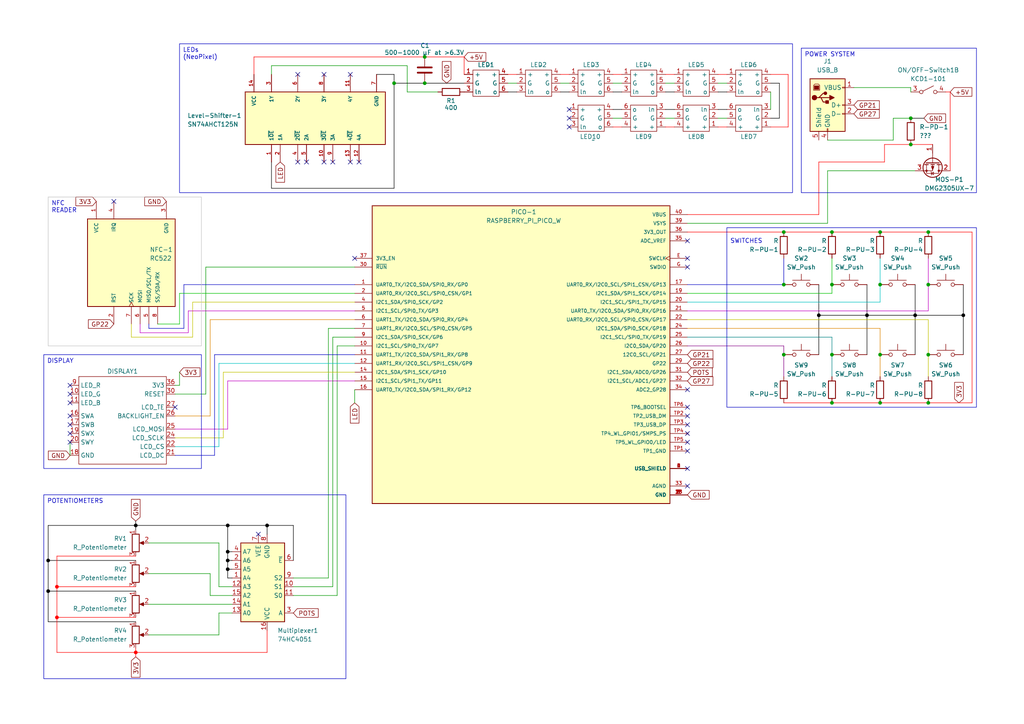
<source format=kicad_sch>
(kicad_sch (version 20231120) (generator "eeschema") (generator_version "8.0")
  (paper "A4")
  (title_block (title "Controller") (date "2025-03-13") (rev "1") (company "ETIMC") (comment 1 "J. Høj") (comment 2 "R. H. Troelsen") (comment 3 "D. K. Foght"))
  (lib_symbols
    (symbol "74xx:74HC4051"
      (property "Reference" "U" (at -5.08 11.43 0))
      (property "Value" "74HC4051" (at -7.62 -13.97 0))
      (symbol "74HC4051_0_1"
        (rectangle (start -5.08 10.16) (end 7.62 -12.7) (stroke (width 0.254)) (fill (type background)))
      )
      (symbol "74HC4051_1_1"
        (pin passive line (at 10.16 -2.54 180) (length 2.54) (name "A4") (number "1"))
        (pin input line (at -7.62 0 0) (length 2.54) (name "S1") (number "10"))
        (pin input line (at -7.62 2.54 0) (length 2.54) (name "S0") (number "11"))
        (pin passive line (at 10.16 0 180) (length 2.54) (name "A3") (number "12"))
        (pin passive line (at 10.16 7.62 180) (length 2.54) (name "A0") (number "13"))
        (pin passive line (at 10.16 5.08 180) (length 2.54) (name "A1") (number "14"))
        (pin passive line (at 10.16 2.54 180) (length 2.54) (name "A2") (number "15"))
        (pin power_in line (at 0 12.7 270) (length 2.54) (name "VCC") (number "16"))
        (pin passive line (at 10.16 -7.62 180) (length 2.54) (name "A6") (number "2"))
        (pin passive line (at -7.62 7.62 0) (length 2.54) (name "A") (number "3"))
        (pin passive line (at 10.16 -10.16 180) (length 2.54) (name "A7") (number "4"))
        (pin passive line (at 10.16 -5.08 180) (length 2.54) (name "A5") (number "5"))
        (pin input line (at -7.62 -7.62 0) (length 2.54) (name "~{E}") (number "6"))
        (pin power_in line (at 2.54 -15.24 90) (length 2.54) (name "VEE") (number "7"))
        (pin power_in line (at 0 -15.24 90) (length 2.54) (name "GND") (number "8"))
        (pin input line (at -7.62 -2.54 0) (length 2.54) (name "S2") (number "9"))
      )
    )
    (symbol "Connector:USB_B" (pin_names (offset 1.016))
      (property "Reference" "J" (at -5.08 11.43 0))
      (property "Value" "USB_B" (at -5.08 8.89 0))
      (symbol "USB_B_0_1"
        (rectangle (start -5.08 -7.62) (end 5.08 7.62) (stroke (width 0.254)) (fill (type background)))
        (circle (center -3.81 2.159) (radius 0.635) (stroke (width 0.254)) (fill (type outline)))
        (rectangle (start -3.81 5.588) (end -2.54 4.572) (fill (type outline)))
        (circle (center -0.635 3.429) (radius 0.381) (stroke (width 0.254)) (fill (type outline)))
        (rectangle (start -0.127 -7.62) (end 0.127 -6.858))
        (polyline (pts (xy -1.905 2.159) (xy 0.635 2.159)) (stroke (width 0.254)))
        (polyline (pts (xy -3.175 2.159) (xy -2.54 2.159) (xy -1.27 3.429) (xy -0.635 3.429)) (stroke (width 0.254)))
        (polyline (pts (xy -2.54 2.159) (xy -1.905 2.159) (xy -1.27 0.889) (xy 0 0.889)) (stroke (width 0.254)))
        (polyline (pts (xy 0.635 2.794) (xy 0.635 1.524) (xy 1.905 2.159) (xy 0.635 2.794)) (stroke (width 0.254)) (fill (type outline)))
        (polyline (pts (xy -4.064 4.318) (xy -2.286 4.318) (xy -2.286 5.715) (xy -2.667 6.096) (xy -3.683 6.096) (xy -4.064 5.715) (xy -4.064 4.318)))
        (rectangle (start 0.254 1.27) (end -0.508 0.508) (stroke (width 0.254)) (fill (type outline)))
        (rectangle (start 5.08 -2.667) (end 4.318 -2.413))
        (rectangle (start 5.08 -0.127) (end 4.318 0.127))
        (rectangle (start 5.08 4.953) (end 4.318 5.207))
      )
      (symbol "USB_B_1_1"
        (pin power_out line (at 7.62 5.08 180) (length 2.54) (name "VBUS") (number "1"))
        (pin bidirectional line (at 7.62 -2.54 180) (length 2.54) (name "D-") (number "2"))
        (pin bidirectional line (at 7.62 0 180) (length 2.54) (name "D+") (number "3"))
        (pin power_out line (at 0 -10.16 90) (length 2.54) (name "GND") (number "4"))
        (pin passive line (at -2.54 -10.16 90) (length 2.54) (name "Shield") (number "5"))
      )
    )
    (symbol "Device:C" (pin_numbers hide) (pin_names (offset 0.254))
      (property "Reference" "C" (at 0.635 2.54 0))
      (property "Value" "C" (at 0.635 -2.54 0))
      (symbol "C_0_1"
        (polyline (pts (xy -2.032 -0.762) (xy 2.032 -0.762)) (stroke (width 0.508)))
        (polyline (pts (xy -2.032 0.762) (xy 2.032 0.762)) (stroke (width 0.508)))
      )
      (symbol "C_1_1"
        (pin passive line (at 0 3.81 270) (length 2.794) (name "~") (number "1"))
        (pin passive line (at 0 -3.81 90) (length 2.794) (name "~") (number "2"))
      )
    )
    (symbol "Device:R" (pin_numbers hide) (pin_names (offset 0))
      (property "Reference" "R" (at 2.032 0 90))
      (property "Value" "R" (at 0 0 90))
      (symbol "R_0_1"
        (rectangle (start -1.016 -2.54) (end 1.016 2.54) (stroke (width 0.254)))
      )
      (symbol "R_1_1"
        (pin passive line (at 0 3.81 270) (length 1.27) (name "~") (number "1"))
        (pin passive line (at 0 -3.81 90) (length 1.27) (name "~") (number "2"))
      )
    )
    (symbol "Device:R_Potentiometer" (pin_names (offset 1.016) hide)
      (property "Reference" "RV" (at -4.445 0 90))
      (property "Value" "R_Potentiometer" (at -2.54 0 90))
      (symbol "R_Potentiometer_0_1"
        (polyline (pts (xy 2.54 0) (xy 1.524 0)))
        (polyline (pts (xy 1.143 0) (xy 2.286 0.508) (xy 2.286 -0.508) (xy 1.143 0)) (fill (type outline)))
        (rectangle (start 1.016 2.54) (end -1.016 -2.54) (stroke (width 0.254)))
      )
      (symbol "R_Potentiometer_1_1"
        (pin passive line (at 0 3.81 270) (length 1.27) (name "1") (number "1"))
        (pin passive line (at 3.81 0 180) (length 1.27) (name "2") (number "2"))
        (pin passive line (at 0 -3.81 90) (length 1.27) (name "3") (number "3"))
      )
    )
    (symbol "PIM580:PIM580"
      (property "Reference" "U" (at 0 -1.27 0))
      (symbol "PIM580_0_1"
        (rectangle (start -12.7 -2.54) (end 12.7 -27.94))
      )
      (symbol "PIM580_1_1"
        (pin input line (at -15.24 -7.62 0) (length 2.54) (name "LED_G") (number "10"))
        (pin input line (at -15.24 -10.16 0) (length 2.54) (name "LED_B") (number "11"))
        (pin input line (at -15.24 -13.97 0) (length 2.54) (name "SWA") (number "16"))
        (pin input line (at -15.24 -16.51 0) (length 2.54) (name "SWB") (number "17"))
        (pin input line (at -15.24 -25.4 0) (length 2.54) (name "GND") (number "18"))
        (pin input line (at -15.24 -19.05 0) (length 2.54) (name "SWX") (number "19"))
        (pin input line (at -15.24 -21.59 0) (length 2.54) (name "SWY") (number "20"))
        (pin input line (at 15.24 -25.4 180) (length 2.54) (name "LCD_DC") (number "21"))
        (pin input line (at 15.24 -22.86 180) (length 2.54) (name "LCD_CS") (number "22"))
        (pin input line (at 15.24 -20.32 180) (length 2.54) (name "LCD_SCLK") (number "24"))
        (pin input line (at 15.24 -17.78 180) (length 2.54) (name "LCD_MOSI") (number "25"))
        (pin input line (at 15.24 -13.97 180) (length 2.54) (name "BACKLIGHT_EN") (number "26"))
        (pin input line (at 15.24 -11.43 180) (length 2.54) (name "LCD_TE") (number "27"))
        (pin input line (at 15.24 -7.62 180) (length 2.54) (name "RESET") (number "30"))
        (pin input line (at 15.24 -5.08 180) (length 2.54) (name "3V3") (number "36"))
        (pin input line (at -15.24 -5.08 0) (length 2.54) (name "LED_R") (number "9"))
      )
    )
    (symbol "RASPBERRY_PI_PICO_W:RASPBERRY_PI_PICO_W" (pin_names (offset 1.016))
      (property "Reference" "U" (at -43.18 44.069 0))
      (property "Value" "RASPBERRY_PI_PICO_W" (at -43.18 -45.72 0))
      (symbol "RASPBERRY_PI_PICO_W_0_0"
        (rectangle (start -43.18 -43.18) (end 43.18 43.18) (stroke (width 0.254)) (fill (type background)))
        (pin bidirectional line (at -48.26 20.32 0) (length 5.08) (name "UART0_TX/I2C0_SDA/SPI0_RX/GP0") (number "1"))
        (pin bidirectional line (at -48.26 2.54 0) (length 5.08) (name "I2C1_SCL/SPI0_TX/GP7") (number "10"))
        (pin bidirectional line (at -48.26 0 0) (length 5.08) (name "UART1_TX/I2C0_SDA/SPI1_RX/GP8") (number "11"))
        (pin bidirectional line (at -48.26 -2.54 0) (length 5.08) (name "UART1_RX/I2C0_SCL/SPI1_CSN/GP9") (number "12"))
        (pin power_in line (at 48.26 -40.64 180) (length 5.08) (name "GND") (number "13"))
        (pin bidirectional line (at -48.26 -5.08 0) (length 5.08) (name "I2C1_SDA/SPI1_SCK/GP10") (number "14"))
        (pin bidirectional line (at -48.26 -7.62 0) (length 5.08) (name "I2C1_SCL/SPI1_TX/GP11") (number "15"))
        (pin bidirectional line (at -48.26 -10.16 0) (length 5.08) (name "UART0_TX/I2C0_SDA/SPI1_RX/GP12") (number "16"))
        (pin bidirectional line (at 48.26 20.32 180) (length 5.08) (name "UART0_RX/I2C0_SCL/SPI1_CSN/GP13") (number "17"))
        (pin power_in line (at 48.26 -40.64 180) (length 5.08) (name "GND") (number "18"))
        (pin bidirectional line (at 48.26 17.78 180) (length 5.08) (name "I2C1_SDA/SPI1_SCK/GP14") (number "19"))
        (pin bidirectional line (at -48.26 17.78 0) (length 5.08) (name "UART0_RX/I2C0_SCL/SPI0_CSN/GP1") (number "2"))
        (pin bidirectional line (at 48.26 15.24 180) (length 5.08) (name "I2C1_SCL/SPI1_TX/GP15") (number "20"))
        (pin bidirectional line (at 48.26 12.7 180) (length 5.08) (name "UART0_TX/I2C0_SDA/SPI0_RX/GP16") (number "21"))
        (pin bidirectional line (at 48.26 10.16 180) (length 5.08) (name "UART0_RX/I2C0_SCL/SPI0_CSN/GP17") (number "22"))
        (pin power_in line (at 48.26 -40.64 180) (length 5.08) (name "GND") (number "23"))
        (pin bidirectional line (at 48.26 7.62 180) (length 5.08) (name "I2C1_SDA/SPI0_SCK/GP18") (number "24"))
        (pin bidirectional line (at 48.26 5.08 180) (length 5.08) (name "I2C1_SCL/SPI0_TX/GP19") (number "25"))
        (pin bidirectional line (at 48.26 2.54 180) (length 5.08) (name "I2C0_SDA/GP20") (number "26"))
        (pin bidirectional line (at 48.26 0 180) (length 5.08) (name "12C0_SCL/GP21") (number "27"))
        (pin power_in line (at 48.26 -40.64 180) (length 5.08) (name "GND") (number "28"))
        (pin bidirectional line (at 48.26 -2.54 180) (length 5.08) (name "GP22") (number "29"))
        (pin power_in line (at 48.26 -40.64 180) (length 5.08) (name "GND") (number "3"))
        (pin input line (at -48.26 25.4 0) (length 5.08) (name "~{RUN}") (number "30"))
        (pin bidirectional line (at 48.26 -5.08 180) (length 5.08) (name "I2C1_SDA/ADC0/GP26") (number "31"))
        (pin bidirectional line (at 48.26 -7.62 180) (length 5.08) (name "I2C1_SCL/ADC1/GP27") (number "32"))
        (pin power_in line (at 48.26 -38.1 180) (length 5.08) (name "AGND") (number "33"))
        (pin bidirectional line (at 48.26 -10.16 180) (length 5.08) (name "ADC2_GP28") (number "34"))
        (pin power_in line (at 48.26 33.02 180) (length 5.08) (name "ADC_VREF") (number "35"))
        (pin power_in line (at 48.26 35.56 180) (length 5.08) (name "3V3_OUT") (number "36"))
        (pin input line (at -48.26 27.94 0) (length 5.08) (name "3V3_EN") (number "37"))
        (pin power_in line (at 48.26 -40.64 180) (length 5.08) (name "GND") (number "38"))
        (pin power_in line (at 48.26 38.1 180) (length 5.08) (name "VSYS") (number "39"))
        (pin bidirectional line (at -48.26 15.24 0) (length 5.08) (name "I2C1_SDA/SPI0_SCK/GP2") (number "4"))
        (pin power_in line (at 48.26 40.64 180) (length 5.08) (name "VBUS") (number "40"))
        (pin bidirectional line (at -48.26 12.7 0) (length 5.08) (name "I2C1_SCL/SPI0_TX/GP3") (number "5"))
        (pin bidirectional line (at -48.26 10.16 0) (length 5.08) (name "UART1_TX/I2C0_SDA/SPI0_RX/GP4") (number "6"))
        (pin bidirectional line (at -48.26 7.62 0) (length 5.08) (name "UART1_RX/I2C0_SCL/SPI0_CSN/GP5") (number "7"))
        (pin power_in line (at 48.26 -40.64 180) (length 5.08) (name "GND") (number "8"))
        (pin bidirectional line (at -48.26 5.08 0) (length 5.08) (name "I2C1_SDA/SPI0_SCK/GP6") (number "9"))
        (pin power_in line (at 48.26 -33.02 180) (length 5.08) (name "USB_SHIELD") (number "A"))
        (pin power_in line (at 48.26 -33.02 180) (length 5.08) (name "USB_SHIELD") (number "B"))
        (pin power_in line (at 48.26 -33.02 180) (length 5.08) (name "USB_SHIELD") (number "C"))
        (pin power_in line (at 48.26 -33.02 180) (length 5.08) (name "USB_SHIELD") (number "D"))
        (pin input clock (at 48.26 27.94 180) (length 5.08) (name "SWCLK") (number "E"))
        (pin power_in line (at 48.26 -40.64 180) (length 5.08) (name "GND") (number "F"))
        (pin bidirectional line (at 48.26 25.4 180) (length 5.08) (name "SWDIO") (number "G"))
        (pin power_in line (at 48.26 -27.94 180) (length 5.08) (name "TP1_GND") (number "TP1"))
        (pin bidirectional line (at 48.26 -17.78 180) (length 5.08) (name "TP2_USB_DM") (number "TP2"))
        (pin bidirectional line (at 48.26 -20.32 180) (length 5.08) (name "TP3_USB_DP") (number "TP3"))
        (pin no_connect line (at 48.26 -22.86 180) (length 5.08) (name "TP4_WL_GPIO1/SMPS_PS") (number "TP4"))
        (pin bidirectional line (at 48.26 -25.4 180) (length 5.08) (name "TP5_WL_GPIO0/LED") (number "TP5"))
        (pin input line (at 48.26 -15.24 180) (length 5.08) (name "TP6_BOOTSEL") (number "TP6"))
      )
    )
    (symbol "RC522:CEG006900" (pin_names (offset 1.016))
      (property "Reference" "U" (at -12.7 15.24 0))
      (property "Value" "CEG006900" (at -12.7 -15.24 0))
      (symbol "CEG006900_0_0"
        (rectangle (start -12.7 -12.7) (end 12.7 12.7) (stroke (width 0.254)) (fill (type background)))
        (pin power_in line (at 17.78 10.16 180) (length 5.08) (name "VCC") (number "1"))
        (pin input line (at -17.78 5.08 0) (length 5.08) (name "RST") (number "2"))
        (pin power_in line (at 17.78 -10.16 180) (length 5.08) (name "GND") (number "3"))
        (pin output line (at 17.78 5.08 180) (length 5.08) (name "IRQ") (number "4"))
        (pin bidirectional line (at -17.78 -5.08 0) (length 5.08) (name "MISO/SCL/TX") (number "5"))
        (pin input line (at -17.78 -2.54 0) (length 5.08) (name "MOSI") (number "6"))
        (pin input clock (at -17.78 0 0) (length 5.08) (name "SCK") (number "7"))
        (pin bidirectional line (at -17.78 -7.62 0) (length 5.08) (name "SS/SDA/RX") (number "8"))
      )
    )
    (symbol "SN74AHCT125N:SN74AHCT125N" (pin_names (offset 1.016))
      (property "Reference" "U" (at -7.62 21.082 0))
      (property "Value" "SN74AHCT125N" (at -7.62 -22.86 0))
      (symbol "SN74AHCT125N_0_0"
        (rectangle (start -7.62 -20.32) (end 7.62 20.32) (stroke (width 0.254)) (fill (type background)))
        (pin input line (at -12.7 12.7 0) (length 5.08) (name "1~{OE}") (number "1"))
        (pin input line (at -12.7 -2.54 0) (length 5.08) (name "3~{OE}") (number "10"))
        (pin output line (at 12.7 -10.16 180) (length 5.08) (name "4Y") (number "11"))
        (pin input line (at -12.7 -12.7 0) (length 5.08) (name "4A") (number "12"))
        (pin input line (at -12.7 -10.16 0) (length 5.08) (name "4~{OE}") (number "13"))
        (pin power_in line (at 12.7 17.78 180) (length 5.08) (name "VCC") (number "14"))
        (pin input line (at -12.7 10.16 0) (length 5.08) (name "1A") (number "2"))
        (pin output line (at 12.7 12.7 180) (length 5.08) (name "1Y") (number "3"))
        (pin input line (at -12.7 5.08 0) (length 5.08) (name "2~{OE}") (number "4"))
        (pin input line (at -12.7 2.54 0) (length 5.08) (name "2A") (number "5"))
        (pin output line (at 12.7 5.08 180) (length 5.08) (name "2Y") (number "6"))
        (pin power_in line (at 12.7 -17.78 180) (length 5.08) (name "GND") (number "7"))
        (pin output line (at 12.7 -2.54 180) (length 5.08) (name "3Y") (number "8"))
        (pin input line (at -12.7 -5.08 0) (length 5.08) (name "3A") (number "9"))
      )
    )
    (symbol "Switch:SW_DPST_x2" (pin_names (offset 0) hide)
      (property "Reference" "SW" (at 0 3.175 0))
      (property "Value" "SW_DPST_x2" (at 0 -2.54 0))
      (symbol "SW_DPST_x2_0_0"
        (circle (center -2.032 0) (radius 0.508))
        (polyline (pts (xy -1.524 0.254) (xy 1.524 1.778)))
        (circle (center 2.032 0) (radius 0.508))
      )
      (symbol "SW_DPST_x2_1_1"
        (pin passive line (at -5.08 0 0) (length 2.54) (name "A") (number "1"))
        (pin passive line (at 5.08 0 180) (length 2.54) (name "B") (number "2"))
      )
      (symbol "SW_DPST_x2_2_1"
        (pin passive line (at -5.08 0 0) (length 2.54) (name "A") (number "3"))
        (pin passive line (at 5.08 0 180) (length 2.54) (name "B") (number "4"))
      )
    )
    (symbol "Switch:SW_Push" (pin_numbers hide) (pin_names (offset 1.016) hide)
      (property "Reference" "SW" (at 1.27 2.54 0))
      (property "Value" "SW_Push" (at 0 -1.524 0))
      (symbol "SW_Push_0_1"
        (circle (center -2.032 0) (radius 0.508))
        (polyline (pts (xy 0 1.27) (xy 0 3.048)))
        (polyline (pts (xy 2.54 1.27) (xy -2.54 1.27)))
        (circle (center 2.032 0) (radius 0.508))
        (pin passive line (at -5.08 0 0) (length 2.54) (name "1") (number "1"))
        (pin passive line (at 5.08 0 180) (length 2.54) (name "2") (number "2"))
      )
    )
    (symbol "Transistor_FET:FQP27P06" (pin_names hide)
      (property "Reference" "Q" (at 5.08 1.905 0))
      (property "Value" "FQP27P06" (at 5.08 0 0))
      (symbol "FQP27P06_0_1"
        (polyline (pts (xy 0.254 0) (xy -2.54 0)))
        (polyline (pts (xy 0.254 1.905) (xy 0.254 -1.905)) (stroke (width 0.254)))
        (polyline (pts (xy 0.762 -1.27) (xy 0.762 -2.286)) (stroke (width 0.254)))
        (polyline (pts (xy 0.762 0.508) (xy 0.762 -0.508)) (stroke (width 0.254)))
        (polyline (pts (xy 0.762 2.286) (xy 0.762 1.27)) (stroke (width 0.254)))
        (polyline (pts (xy 2.54 2.54) (xy 2.54 1.778)))
        (polyline (pts (xy 2.54 -2.54) (xy 2.54 0) (xy 0.762 0)))
        (polyline (pts (xy 0.762 1.778) (xy 3.302 1.778) (xy 3.302 -1.778) (xy 0.762 -1.778)))
        (polyline (pts (xy 2.286 0) (xy 1.27 0.381) (xy 1.27 -0.381) (xy 2.286 0)) (fill (type outline)))
        (polyline (pts (xy 2.794 -0.508) (xy 2.921 -0.381) (xy 3.683 -0.381) (xy 3.81 -0.254)))
        (polyline (pts (xy 3.302 -0.381) (xy 2.921 0.254) (xy 3.683 0.254) (xy 3.302 -0.381)))
        (circle (center 1.651 0) (radius 2.794) (stroke (width 0.254)))
        (circle (center 2.54 -1.778) (radius 0.254) (fill (type outline)))
        (circle (center 2.54 1.778) (radius 0.254) (fill (type outline)))
      )
      (symbol "FQP27P06_1_1"
        (pin input line (at -5.08 0 0) (length 2.54) (name "G") (number "1"))
        (pin passive line (at 2.54 5.08 270) (length 2.54) (name "D") (number "2"))
        (pin passive line (at 2.54 -5.08 90) (length 2.54) (name "S") (number "3"))
      )
    )
    (symbol "neopixel:neopixel_rgb_pcb"
      (property "Reference" "LED" (at 0 0 0))
      (symbol "neopixel_rgb_pcb_0_1"
        (rectangle (start -3.81 -1.27) (end 3.81 -8.89))
      )
      (symbol "neopixel_rgb_pcb_1_1"
        (pin bidirectional line (at -6.35 -2.54 0) (length 2.54) (name "+") (number "1"))
        (pin bidirectional line (at -6.35 -5.08 0) (length 2.54) (name "G") (number "2"))
        (pin input line (at -6.35 -7.62 0) (length 2.54) (name "ln") (number "3"))
        (pin bidirectional line (at 6.35 -2.54 180) (length 2.54) (name "+") (number "4"))
        (pin bidirectional line (at 6.35 -5.08 180) (length 2.54) (name "G") (number "5"))
        (pin output line (at 6.35 -7.62 180) (length 2.54) (name "o") (number "6"))
      )
    )
  )
  (junction (at 237.49 91.44) (color 0 0 0 1))
  (junction (at 66.04 152.4) (color 0 0 0 1))
  (junction (at 255.27 82.55))
  (junction (at 264.16 34.29))
  (junction (at 227.33 67.31))
  (junction (at 39.37 152.4) (color 0 0 0 1))
  (junction (at 255.27 102.87))
  (junction (at 265.43 91.44) (color 0 0 0 1))
  (junction (at 255.27 67.31))
  (junction (at 241.3 116.84))
  (junction (at 66.04 160.02) (color 0 0 0 1))
  (junction (at 66.04 165.1) (color 0 0 0 1))
  (junction (at 279.4 91.44) (color 0 0 0 1))
  (junction (at 241.3 82.55))
  (junction (at 123.19 16.51))
  (junction (at 251.46 91.44) (color 0 0 0 1))
  (junction (at 77.47 152.4) (color 0 0 0 1))
  (junction (at 269.24 82.55))
  (junction (at 241.3 67.31))
  (junction (at 241.3 102.87))
  (junction (at 39.37 189.23) (color 255 0 0 1))
  (junction (at 255.27 116.84))
  (junction (at 227.33 82.55))
  (junction (at 269.24 67.31))
  (junction (at 66.04 162.56) (color 0 0 0 1))
  (junction (at 114.3 24.13))
  (junction (at 264.16 41.91))
  (junction (at 13.97 162.56) (color 0 0 0 1))
  (junction (at 16.51 170.18) (color 255 0 0 1))
  (junction (at 227.33 102.87))
  (junction (at 13.97 171.45) (color 0 0 0 1))
  (junction (at 269.24 102.87))
  (junction (at 269.24 116.84))
  (junction (at 16.51 179.07) (color 255 0 0 1))
  (junction (at 123.19 24.13))
  (no_connect (at 165.1 34.29))
  (no_connect (at 165.1 31.75))
  (no_connect (at 199.39 130.81))
  (no_connect (at 165.1 36.83))
  (no_connect (at 96.52 46.99))
  (no_connect (at 93.98 46.99))
  (no_connect (at 20.32 123.19))
  (no_connect (at 20.32 114.3))
  (no_connect (at 101.6 46.99))
  (no_connect (at 199.39 113.03))
  (no_connect (at 33.02 58.42))
  (no_connect (at 20.32 111.76))
  (no_connect (at 199.39 118.11))
  (no_connect (at 86.36 46.99))
  (no_connect (at 102.87 74.93))
  (no_connect (at 199.39 120.65))
  (no_connect (at 199.39 74.93))
  (no_connect (at 199.39 123.19))
  (no_connect (at 50.8 118.11))
  (no_connect (at 20.32 128.27))
  (no_connect (at 199.39 135.89))
  (no_connect (at 199.39 125.73))
  (no_connect (at 199.39 77.47))
  (no_connect (at 74.93 154.94))
  (no_connect (at 93.98 21.59))
  (no_connect (at 199.39 140.97))
  (no_connect (at 101.6 21.59))
  (no_connect (at 199.39 69.85))
  (no_connect (at 86.36 21.59))
  (no_connect (at 20.32 120.65))
  (no_connect (at 88.9 46.99))
  (no_connect (at 199.39 128.27))
  (no_connect (at 104.14 46.99))
  (no_connect (at 20.32 125.73))
  (no_connect (at 20.32 116.84))
  (wire (pts (xy 210.82 34.29) (xy 208.28 34.29)))
  (wire (pts (xy 259.08 34.29) (xy 264.16 34.29)))
  (wire (pts (xy 96.52 170.18) (xy 85.09 170.18)))
  (wire (pts (xy 13.97 152.4) (xy 13.97 162.56)) (stroke (width 0) (color 0 0 0 1)))
  (wire (pts (xy 66.04 160.02) (xy 67.31 160.02)) (stroke (width 0) (color 0 0 0 1)))
  (wire (pts (xy 50.8 132.08) (xy 62.23 132.08)) (stroke (width 0) (color 0 0 194 1)))
  (wire (pts (xy 54.61 90.17) (xy 54.61 96.52)) (stroke (width 0) (color 194 0 194 1)))
  (wire (pts (xy 50.8 127) (xy 64.77 127)) (stroke (width 0) (color 194 194 0 1)))
  (wire (pts (xy 53.34 82.55) (xy 102.87 82.55)) (stroke (width 0) (color 0 0 194 1)))
  (wire (pts (xy 237.49 46.99) (xy 256.54 46.99)) (stroke (width 0) (color 255 0 0 1)))
  (wire (pts (xy 20.32 132.08) (xy 20.32 128.27)))
  (wire (pts (xy 237.49 91.44) (xy 251.46 91.44)) (stroke (width 0) (color 0 0 0 1)))
  (wire (pts (xy 240.03 64.77) (xy 199.39 64.77)))
  (wire (pts (xy 241.3 102.87) (xy 241.3 97.79)) (stroke (width 0) (color 0 132 132 1)))
  (wire (pts (xy 77.47 189.23) (xy 77.47 182.88)) (stroke (width 0) (color 255 0 0 1)))
  (wire (pts (xy 102.87 92.71) (xy 60.96 92.71)) (stroke (width 0) (color 221 133 0 1)))
  (wire (pts (xy 223.52 26.67) (xy 223.52 31.75)))
  (wire (pts (xy 13.97 162.56) (xy 39.37 162.56)) (stroke (width 0) (color 0 0 0 1)))
  (wire (pts (xy 97.79 172.72) (xy 85.09 172.72)))
  (wire (pts (xy 147.32 21.59) (xy 149.86 21.59)) (stroke (width 0) (color 255 0 0 1)))
  (wire (pts (xy 54.61 90.17) (xy 102.87 90.17)) (stroke (width 0) (color 194 0 194 1)))
  (wire (pts (xy 208.28 26.67) (xy 210.82 26.67)) (stroke (width 0) (color 0 0 0 1)))
  (wire (pts (xy 97.79 100.33) (xy 97.79 172.72)))
  (wire (pts (xy 66.04 165.1) (xy 67.31 165.1)) (stroke (width 0) (color 0 0 0 1)))
  (wire (pts (xy 251.46 82.55) (xy 251.46 91.44)) (stroke (width 0) (color 0 0 0 1)))
  (wire (pts (xy 55.88 87.63) (xy 55.88 97.79)) (stroke (width 0) (color 194 194 0 1)))
  (wire (pts (xy 275.59 26.67) (xy 275.59 49.53)) (stroke (width 0) (color 255 0 0 1)))
  (wire (pts (xy 52.07 111.76) (xy 52.07 107.95)))
  (wire (pts (xy 199.39 87.63) (xy 255.27 87.63)) (stroke (width 0) (color 0 194 194 1)))
  (wire (pts (xy 227.33 102.87) (xy 227.33 100.33)) (stroke (width 0) (color 132 0 132 1)))
  (wire (pts (xy 274.32 26.67) (xy 275.59 26.67)) (stroke (width 0) (color 255 0 0 1)))
  (wire (pts (xy 63.5 170.18) (xy 67.31 170.18)))
  (wire (pts (xy 43.18 184.15) (xy 63.5 184.15)))
  (wire (pts (xy 39.37 180.34) (xy 13.97 180.34)) (stroke (width 0) (color 0 0 0 1)))
  (wire (pts (xy 210.82 31.75) (xy 208.28 31.75)) (stroke (width 0) (color 0 0 0 1)))
  (wire (pts (xy 162.56 21.59) (xy 165.1 21.59)) (stroke (width 0) (color 255 0 0 1)))
  (wire (pts (xy 265.43 91.44) (xy 279.4 91.44)) (stroke (width 0) (color 0 0 0 1)))
  (wire (pts (xy 228.6 21.59) (xy 223.52 21.59)) (stroke (width 0) (color 255 0 0 1)))
  (wire (pts (xy 259.08 40.64) (xy 259.08 34.29)))
  (wire (pts (xy 240.03 49.53) (xy 240.03 64.77)))
  (wire (pts (xy 255.27 102.87) (xy 255.27 95.25)) (stroke (width 0) (color 221 133 0 1)))
  (wire (pts (xy 227.33 82.55) (xy 227.33 74.93)) (stroke (width 0) (color 0 0 194 1)))
  (wire (pts (xy 53.34 82.55) (xy 53.34 95.25)) (stroke (width 0) (color 0 0 194 1)))
  (wire (pts (xy 264.16 41.91) (xy 270.51 41.91)) (stroke (width 0) (color 255 0 0 1)))
  (wire (pts (xy 64.77 127) (xy 64.77 107.95)) (stroke (width 0) (color 194 194 0 1)))
  (wire (pts (xy 13.97 162.56) (xy 13.97 171.45)) (stroke (width 0) (color 0 0 0 1)))
  (wire (pts (xy 241.3 82.55) (xy 241.3 74.93)) (stroke (width 0) (color 0 194 0 1)))
  (wire (pts (xy 237.49 62.23) (xy 199.39 62.23)) (stroke (width 0) (color 255 0 0 1)))
  (wire (pts (xy 237.49 46.99) (xy 237.49 62.23)) (stroke (width 0) (color 255 0 0 1)))
  (wire (pts (xy 55.88 97.79) (xy 38.1 97.79)) (stroke (width 0) (color 194 194 0 1)))
  (wire (pts (xy 52.07 85.09) (xy 102.87 85.09)) (stroke (width 0) (color 0 194 0 1)))
  (wire (pts (xy 85.09 152.4) (xy 85.09 162.56)) (stroke (width 0) (color 0 0 0 1)))
  (wire (pts (xy 114.3 24.13) (xy 114.3 21.59)) (stroke (width 0) (color 0 0 0 1)))
  (wire (pts (xy 102.87 100.33) (xy 97.79 100.33)))
  (wire (pts (xy 78.74 19.05) (xy 78.74 21.59)))
  (wire (pts (xy 193.04 24.13) (xy 195.58 24.13)))
  (wire (pts (xy 177.8 26.67) (xy 180.34 26.67)) (stroke (width 0) (color 0 0 0 1)))
  (wire (pts (xy 40.64 96.52) (xy 40.64 93.98)) (stroke (width 0) (color 194 0 194 1)))
  (wire (pts (xy 50.8 124.46) (xy 66.04 124.46)) (stroke (width 0) (color 194 0 194 1)))
  (wire (pts (xy 39.37 161.29) (xy 16.51 161.29)) (stroke (width 0) (color 255 0 0 1)))
  (wire (pts (xy 39.37 151.13) (xy 39.37 152.4)) (stroke (width 0) (color 0 0 0 1)))
  (wire (pts (xy 13.97 171.45) (xy 13.97 180.34)) (stroke (width 0) (color 0 0 0 1)))
  (wire (pts (xy 66.04 167.64) (xy 66.04 165.1)) (stroke (width 0) (color 0 0 0 1)))
  (wire (pts (xy 62.23 102.87) (xy 62.23 132.08)) (stroke (width 0) (color 0 0 194 1)))
  (wire (pts (xy 199.39 100.33) (xy 227.33 100.33)) (stroke (width 0) (color 132 0 132 1)))
  (wire (pts (xy 177.8 24.13) (xy 180.34 24.13)))
  (wire (pts (xy 279.4 82.55) (xy 279.4 91.44)) (stroke (width 0) (color 0 0 0 1)))
  (wire (pts (xy 269.24 102.87) (xy 269.24 92.71)) (stroke (width 0) (color 194 194 0 1)))
  (wire (pts (xy 255.27 102.87) (xy 255.27 109.22)) (stroke (width 0) (color 221 133 0 1)))
  (wire (pts (xy 16.51 179.07) (xy 39.37 179.07)) (stroke (width 0) (color 255 0 0 1)))
  (wire (pts (xy 269.24 116.84) (xy 281.94 116.84)) (stroke (width 0) (color 255 0 0 1)))
  (wire (pts (xy 43.18 166.37) (xy 60.96 166.37)))
  (wire (pts (xy 16.51 189.23) (xy 16.51 179.07)) (stroke (width 0) (color 255 0 0 1)))
  (wire (pts (xy 43.18 175.26) (xy 67.31 175.26)))
  (wire (pts (xy 95.25 95.25) (xy 95.25 167.64)))
  (wire (pts (xy 77.47 152.4) (xy 77.47 154.94)) (stroke (width 0) (color 0 0 0 1)))
  (wire (pts (xy 114.3 54.61) (xy 114.3 24.13)) (stroke (width 0) (color 0 0 0 1)))
  (wire (pts (xy 66.04 162.56) (xy 66.04 160.02)) (stroke (width 0) (color 0 0 0 1)))
  (wire (pts (xy 208.28 21.59) (xy 210.82 21.59)) (stroke (width 0) (color 255 0 0 1)))
  (wire (pts (xy 227.33 102.87) (xy 227.33 109.22)) (stroke (width 0) (color 132 0 132 1)))
  (wire (pts (xy 102.87 113.03) (xy 102.87 116.84)))
  (wire (pts (xy 127 26.67) (xy 118.11 26.67)))
  (wire (pts (xy 226.06 34.29) (xy 226.06 24.13)) (stroke (width 0) (color 0 0 0 1)))
  (wire (pts (xy 16.51 161.29) (xy 16.51 170.18)) (stroke (width 0) (color 255 0 0 1)))
  (wire (pts (xy 251.46 91.44) (xy 251.46 102.87)) (stroke (width 0) (color 0 0 0 1)))
  (wire (pts (xy 43.18 95.25) (xy 43.18 93.98)) (stroke (width 0) (color 0 0 194 1)))
  (wire (pts (xy 60.96 120.65) (xy 50.8 120.65)) (stroke (width 0) (color 221 133 0 1)))
  (wire (pts (xy 60.96 166.37) (xy 60.96 172.72)))
  (wire (pts (xy 78.74 46.99) (xy 78.74 54.61)) (stroke (width 0) (color 0 0 0 1)))
  (wire (pts (xy 52.07 93.98) (xy 45.72 93.98)) (stroke (width 0) (color 0 194 0 1)))
  (wire (pts (xy 62.23 102.87) (xy 102.87 102.87)) (stroke (width 0) (color 0 0 194 1)))
  (wire (pts (xy 52.07 85.09) (xy 52.07 93.98)) (stroke (width 0) (color 0 194 0 1)))
  (wire (pts (xy 237.49 91.44) (xy 237.49 102.87)) (stroke (width 0) (color 0 0 0 1)))
  (wire (pts (xy 269.24 82.55) (xy 269.24 90.17)) (stroke (width 0) (color 194 0 194 1)))
  (wire (pts (xy 162.56 26.67) (xy 165.1 26.67)) (stroke (width 0) (color 0 0 0 1)))
  (wire (pts (xy 269.24 102.87) (xy 269.24 109.22)) (stroke (width 0) (color 194 194 0 1)))
  (wire (pts (xy 247.65 25.4) (xy 264.16 25.4)))
  (wire (pts (xy 77.47 152.4) (xy 66.04 152.4)) (stroke (width 0) (color 0 0 0 1)))
  (wire (pts (xy 195.58 34.29) (xy 193.04 34.29)))
  (wire (pts (xy 265.43 91.44) (xy 265.43 102.87)) (stroke (width 0) (color 0 0 0 1)))
  (wire (pts (xy 60.96 92.71) (xy 60.96 120.65)) (stroke (width 0) (color 221 133 0 1)))
  (wire (pts (xy 195.58 36.83) (xy 193.04 36.83)) (stroke (width 0) (color 255 0 0 1)))
  (wire (pts (xy 208.28 24.13) (xy 210.82 24.13)))
  (wire (pts (xy 66.04 160.02) (xy 66.04 152.4)) (stroke (width 0) (color 0 0 0 1)))
  (wire (pts (xy 39.37 187.96) (xy 39.37 189.23)) (stroke (width 0) (color 255 0 0 1)))
  (wire (pts (xy 241.3 85.09) (xy 241.3 82.55)) (stroke (width 0) (color 0 194 0 1)))
  (wire (pts (xy 199.39 82.55) (xy 227.33 82.55)) (stroke (width 0) (color 0 0 194 1)))
  (wire (pts (xy 64.77 107.95) (xy 102.87 107.95)) (stroke (width 0) (color 194 194 0 1)))
  (wire (pts (xy 193.04 21.59) (xy 195.58 21.59)) (stroke (width 0) (color 255 0 0 1)))
  (wire (pts (xy 66.04 165.1) (xy 66.04 162.56)) (stroke (width 0) (color 0 0 0 1)))
  (wire (pts (xy 50.8 129.54) (xy 63.5 129.54)) (stroke (width 0) (color 0 194 194 1)))
  (wire (pts (xy 228.6 36.83) (xy 228.6 21.59)) (stroke (width 0) (color 255 0 0 1)))
  (wire (pts (xy 256.54 41.91) (xy 264.16 41.91)) (stroke (width 0) (color 255 0 0 1)))
  (wire (pts (xy 281.94 67.31) (xy 269.24 67.31)) (stroke (width 0) (color 255 0 0 1)))
  (wire (pts (xy 78.74 54.61) (xy 114.3 54.61)) (stroke (width 0) (color 0 0 0 1)))
  (wire (pts (xy 63.5 129.54) (xy 63.5 105.41)) (stroke (width 0) (color 0 194 194 1)))
  (wire (pts (xy 95.25 167.64) (xy 85.09 167.64)))
  (wire (pts (xy 63.5 105.41) (xy 102.87 105.41)) (stroke (width 0) (color 0 194 194 1)))
  (wire (pts (xy 39.37 189.23) (xy 39.37 190.5)) (stroke (width 0) (color 255 0 0 1)))
  (wire (pts (xy 199.39 95.25) (xy 255.27 95.25)) (stroke (width 0) (color 221 133 0 1)))
  (wire (pts (xy 102.87 95.25) (xy 95.25 95.25)))
  (wire (pts (xy 147.32 26.67) (xy 149.86 26.67)) (stroke (width 0) (color 0 0 0 1)))
  (wire (pts (xy 114.3 24.13) (xy 123.19 24.13)) (stroke (width 0) (color 0 0 0 1)))
  (wire (pts (xy 66.04 110.49) (xy 102.87 110.49)) (stroke (width 0) (color 194 0 194 1)))
  (wire (pts (xy 255.27 87.63) (xy 255.27 82.55)) (stroke (width 0) (color 0 194 194 1)))
  (wire (pts (xy 59.69 77.47) (xy 59.69 114.3)))
  (wire (pts (xy 195.58 31.75) (xy 193.04 31.75)) (stroke (width 0) (color 0 0 0 1)))
  (wire (pts (xy 199.39 85.09) (xy 241.3 85.09)) (stroke (width 0) (color 0 194 0 1)))
  (wire (pts (xy 16.51 170.18) (xy 16.51 179.07)) (stroke (width 0) (color 255 0 0 1)))
  (wire (pts (xy 114.3 21.59) (xy 109.22 21.59)) (stroke (width 0) (color 0 0 0 1)))
  (wire (pts (xy 255.27 82.55) (xy 255.27 74.93)) (stroke (width 0) (color 0 194 194 1)))
  (wire (pts (xy 118.11 19.05) (xy 78.74 19.05)))
  (wire (pts (xy 60.96 172.72) (xy 67.31 172.72)))
  (wire (pts (xy 162.56 24.13) (xy 165.1 24.13)))
  (wire (pts (xy 180.34 31.75) (xy 177.8 31.75)) (stroke (width 0) (color 0 0 0 1)))
  (wire (pts (xy 193.04 26.67) (xy 195.58 26.67)) (stroke (width 0) (color 0 0 0 1)))
  (wire (pts (xy 73.66 16.51) (xy 73.66 21.59)) (stroke (width 0) (color 255 0 0 1)))
  (wire (pts (xy 241.3 116.84) (xy 255.27 116.84)) (stroke (width 0) (color 255 0 0 1)))
  (wire (pts (xy 59.69 77.47) (xy 102.87 77.47)))
  (wire (pts (xy 255.27 67.31) (xy 241.3 67.31)) (stroke (width 0) (color 255 0 0 1)))
  (wire (pts (xy 134.62 16.51) (xy 134.62 21.59)) (stroke (width 0) (color 255 0 0 1)))
  (wire (pts (xy 265.43 82.55) (xy 265.43 91.44)) (stroke (width 0) (color 0 0 0 1)))
  (wire (pts (xy 180.34 34.29) (xy 177.8 34.29)))
  (wire (pts (xy 50.8 114.3) (xy 59.69 114.3)))
  (wire (pts (xy 43.18 157.48) (xy 63.5 157.48)))
  (wire (pts (xy 123.19 16.51) (xy 73.66 16.51)) (stroke (width 0) (color 255 0 0 1)))
  (wire (pts (xy 241.3 102.87) (xy 241.3 109.22)) (stroke (width 0) (color 0 132 132 1)))
  (wire (pts (xy 39.37 189.23) (xy 16.51 189.23)) (stroke (width 0) (color 255 0 0 1)))
  (wire (pts (xy 251.46 91.44) (xy 265.43 91.44)) (stroke (width 0) (color 0 0 0 1)))
  (wire (pts (xy 52.07 111.76) (xy 50.8 111.76)))
  (wire (pts (xy 240.03 49.53) (xy 265.43 49.53)))
  (wire (pts (xy 264.16 34.29) (xy 267.97 34.29)) (stroke (width 0) (color 0 0 0 1)))
  (wire (pts (xy 102.87 97.79) (xy 96.52 97.79)))
  (wire (pts (xy 77.47 152.4) (xy 85.09 152.4)) (stroke (width 0) (color 0 0 0 1)))
  (wire (pts (xy 63.5 157.48) (xy 63.5 170.18)))
  (wire (pts (xy 118.11 26.67) (xy 118.11 19.05)))
  (wire (pts (xy 147.32 24.13) (xy 149.86 24.13)))
  (wire (pts (xy 38.1 97.79) (xy 38.1 93.98)) (stroke (width 0) (color 194 194 0 1)))
  (wire (pts (xy 39.37 170.18) (xy 16.51 170.18)) (stroke (width 0) (color 255 0 0 1)))
  (wire (pts (xy 255.27 116.84) (xy 269.24 116.84)) (stroke (width 0) (color 255 0 0 1)))
  (wire (pts (xy 39.37 171.45) (xy 13.97 171.45)) (stroke (width 0) (color 0 0 0 1)))
  (wire (pts (xy 199.39 67.31) (xy 227.33 67.31)) (stroke (width 0) (color 255 0 0 1)))
  (wire (pts (xy 66.04 162.56) (xy 67.31 162.56)) (stroke (width 0) (color 0 0 0 1)))
  (wire (pts (xy 54.61 96.52) (xy 40.64 96.52)) (stroke (width 0) (color 194 0 194 1)))
  (wire (pts (xy 63.5 184.15) (xy 63.5 177.8)))
  (wire (pts (xy 123.19 16.51) (xy 134.62 16.51)) (stroke (width 0) (color 255 0 0 1)))
  (wire (pts (xy 237.49 82.55) (xy 237.49 91.44)) (stroke (width 0) (color 0 0 0 1)))
  (wire (pts (xy 66.04 152.4) (xy 39.37 152.4)) (stroke (width 0) (color 0 0 0 1)))
  (wire (pts (xy 199.39 92.71) (xy 269.24 92.71)) (stroke (width 0) (color 194 194 0 1)))
  (wire (pts (xy 223.52 36.83) (xy 228.6 36.83)) (stroke (width 0) (color 255 0 0 1)))
  (wire (pts (xy 177.8 21.59) (xy 180.34 21.59)) (stroke (width 0) (color 255 0 0 1)))
  (wire (pts (xy 223.52 34.29) (xy 226.06 34.29)) (stroke (width 0) (color 0 0 0 1)))
  (wire (pts (xy 39.37 152.4) (xy 39.37 153.67)) (stroke (width 0) (color 0 0 0 1)))
  (wire (pts (xy 67.31 167.64) (xy 66.04 167.64)) (stroke (width 0) (color 0 0 0 1)))
  (wire (pts (xy 53.34 95.25) (xy 43.18 95.25)) (stroke (width 0) (color 0 0 194 1)))
  (wire (pts (xy 199.39 90.17) (xy 269.24 90.17)) (stroke (width 0) (color 194 0 194 1)))
  (wire (pts (xy 39.37 152.4) (xy 13.97 152.4)) (stroke (width 0) (color 0 0 0 1)))
  (wire (pts (xy 241.3 67.31) (xy 227.33 67.31)) (stroke (width 0) (color 255 0 0 1)))
  (wire (pts (xy 77.47 189.23) (xy 39.37 189.23)) (stroke (width 0) (color 255 0 0 1)))
  (wire (pts (xy 264.16 25.4) (xy 264.16 26.67)))
  (wire (pts (xy 256.54 41.91) (xy 256.54 46.99)) (stroke (width 0) (color 255 0 0 1)))
  (wire (pts (xy 240.03 40.64) (xy 259.08 40.64)))
  (wire (pts (xy 55.88 87.63) (xy 102.87 87.63)) (stroke (width 0) (color 194 194 0 1)))
  (wire (pts (xy 269.24 74.93) (xy 269.24 82.55)) (stroke (width 0) (color 194 0 194 1)))
  (wire (pts (xy 199.39 97.79) (xy 241.3 97.79)) (stroke (width 0) (color 0 132 132 1)))
  (wire (pts (xy 123.19 24.13) (xy 134.62 24.13)) (stroke (width 0) (color 0 0 0 1)))
  (wire (pts (xy 180.34 36.83) (xy 177.8 36.83)) (stroke (width 0) (color 255 0 0 1)))
  (wire (pts (xy 226.06 24.13) (xy 223.52 24.13)) (stroke (width 0) (color 0 0 0 1)))
  (wire (pts (xy 269.24 67.31) (xy 255.27 67.31)) (stroke (width 0) (color 255 0 0 1)))
  (wire (pts (xy 63.5 177.8) (xy 67.31 177.8)))
  (wire (pts (xy 66.04 110.49) (xy 66.04 124.46)) (stroke (width 0) (color 194 0 194 1)))
  (wire (pts (xy 96.52 97.79) (xy 96.52 170.18)))
  (wire (pts (xy 227.33 116.84) (xy 241.3 116.84)) (stroke (width 0) (color 255 0 0 1)))
  (wire (pts (xy 281.94 116.84) (xy 281.94 67.31)) (stroke (width 0) (color 255 0 0 1)))
  (wire (pts (xy 279.4 91.44) (xy 279.4 102.87)) (stroke (width 0) (color 0 0 0 1)))
  (wire (pts (xy 210.82 36.83) (xy 208.28 36.83)) (stroke (width 0) (color 255 0 0 1)))
  (text_box "LEDs\n(NeoPixel)" (at 52.07 12.7 0) (size 177.8 43.18) (effects (font (size 1.27 1.27)) (justify left top)))
  (text_box "\nSWITCHES" (at 210.82 66.04 0) (size 72.39 52.07) (effects (font (size 1.27 1.27)) (justify left top)))
  (text_box "POWER SYSTEM" (at 232.41 13.97 0) (size 50.8 41.91) (effects (font (size 1.27 1.27)) (justify left top)))
  (text_box "DISPLAY" (at 12.7 102.87 0) (size 45.72 33.02) (effects (font (size 1.27 1.27)) (justify left top)))
  (text_box "POTENTIOMETERS" (at 12.7 143.51 0) (size 87.63 53.34) (effects (font (size 1.27 1.27)) (justify left top)))
  (text_box "NFC\nREADER" (at 13.97 57.15 0) (size 44.45 43.18) (stroke (width 0) (color 194 194 194 1)) (effects (font (size 1.27 1.27)) (justify left top)))
  (global_label "GP22" (shape input) (at 199.39 105.41 0) (property "Intersheetrefs" "${INTERSHEET_REFS}" (effects (hide yes))))
  (global_label "+5V" (shape input) (at 275.59 26.67 0) (property "Intersheetrefs" "${INTERSHEET_REFS}" (effects (hide yes))))
  (global_label "LED" (shape input) (at 81.28 46.99 270) (property "Intersheetrefs" "${INTERSHEET_REFS}" (effects (hide yes))))
  (global_label "GP21" (shape input) (at 199.39 102.87 0) (property "Intersheetrefs" "${INTERSHEET_REFS}" (effects (hide yes))))
  (global_label "GND" (shape input) (at 20.32 132.08 180) (property "Intersheetrefs" "${INTERSHEET_REFS}" (effects (hide yes))))
  (global_label "GND" (shape input) (at 267.97 34.29 0) (property "Intersheetrefs" "${INTERSHEET_REFS}" (effects (hide yes))))
  (global_label "GP27" (shape input) (at 199.39 110.49 0) (property "Intersheetrefs" "${INTERSHEET_REFS}" (effects (hide yes))))
  (global_label "GND" (shape input) (at 129.54 24.13 90) (property "Intersheetrefs" "${INTERSHEET_REFS}" (effects (hide yes))))
  (global_label "GP21" (shape input) (at 247.65 30.48 0) (property "Intersheetrefs" "${INTERSHEET_REFS}" (effects (hide yes))))
  (global_label "GND" (shape input) (at 199.39 143.51 0) (property "Intersheetrefs" "${INTERSHEET_REFS}" (effects (hide yes))))
  (global_label "LED" (shape input) (at 102.87 116.84 270) (property "Intersheetrefs" "${INTERSHEET_REFS}" (effects (hide yes))))
  (global_label "POTS" (shape input) (at 85.09 177.8 0) (property "Intersheetrefs" "${INTERSHEET_REFS}" (effects (hide yes))))
  (global_label "GND" (shape input) (at 39.37 151.13 90) (property "Intersheetrefs" "${INTERSHEET_REFS}" (effects (hide yes))))
  (global_label "GND" (shape input) (at 48.26 58.42 180) (property "Intersheetrefs" "${INTERSHEET_REFS}" (effects (hide yes))))
  (global_label "GP22" (shape input) (at 33.02 93.98 180) (property "Intersheetrefs" "${INTERSHEET_REFS}" (effects (hide yes))))
  (global_label "POTS" (shape input) (at 199.39 107.95 0) (property "Intersheetrefs" "${INTERSHEET_REFS}" (effects (hide yes))))
  (global_label "3V3" (shape input) (at 278.13 116.84 90) (property "Intersheetrefs" "${INTERSHEET_REFS}" (effects (hide yes))))
  (global_label "3V3" (shape input) (at 39.37 190.5 270) (property "Intersheetrefs" "${INTERSHEET_REFS}" (effects (hide yes))))
  (global_label "3V3" (shape input) (at 52.07 107.95 0) (property "Intersheetrefs" "${INTERSHEET_REFS}" (effects (hide yes))))
  (global_label "GP27" (shape input) (at 247.65 33.02 0) (property "Intersheetrefs" "${INTERSHEET_REFS}" (effects (hide yes))))
  (global_label "+5V" (shape input) (at 134.62 16.51 0) (property "Intersheetrefs" "${INTERSHEET_REFS}" (effects (hide yes))))
  (global_label "3V3" (shape input) (at 27.94 58.42 180) (property "Intersheetrefs" "${INTERSHEET_REFS}" (effects (hide yes))))
  (symbol (lib_id "Device:R") (at 130.81 26.67 90) (unit 1)
    (property "Reference" "R1" (at 130.81 29.21 90))
    (property "Value" "400" (at 130.81 31.242 90))
    (property "Footprint" "Resistor_THT:R_Axial_DIN0204_L3.6mm_D1.6mm_P5.08mm_Horizontal" (effects (hide yes)))
    (property "Description" "Resistor" (effects (hide yes)))
  )
  (symbol (lib_id "RASPBERRY_PI_PICO_W:RASPBERRY_PI_PICO_W") (at 151.13 102.87 0) (unit 1)
    (property "Reference" "PICO-1" (at 151.892 61.468 0))
    (property "Value" "RASPBERRY_PI_PICO_W" (at 151.892 64.008 0))
    (property "Footprint" "RASPBERRY_PI_PICO_W:MODULE_RASPBERRY_PI_PICO_W" (effects (hide yes)))
    (property "SnapEDA_Link" "https://www.snapeda.com/parts/RASPBERRY%20PI%20PICO%20W/Raspberry+Pi/view-part/?ref=snap" (effects (hide yes)))
    (property "Description_1" "\n                        \n                            Raspberry Pi Board, Arm Cortex-M0+; Silicon Manufacturer:Raspberry Pi; No. Of Bits:32Bit; Silicon Family Name:-; Core Architecture:Arm; Core Sub-Architecture:Cortex-M0+; Silicon Core Number:Rp2040; Product Range:Raspberry Pi Pico Rohs Compliant: Yes |Raspberry-Pi RASPBERRY PI PICO W\n                        \n" (effects (hide yes)))
    (property "Package" "None" (effects (hide yes)))
    (property "Check_prices" "https://www.snapeda.com/parts/RASPBERRY%20PI%20PICO%20W/Raspberry+Pi/view-part/?ref=eda" (effects (hide yes)))
    (property "STANDARD" "Manufacturer Recommendations" (effects (hide yes)))
    (property "PARTREV" "2.4" (effects (hide yes)))
    (property "MF" "Raspberry Pi" (effects (hide yes)))
    (property "MP" "RASPBERRY PI PICO W" (effects (hide yes)))
    (property "MANUFACTURER" "Raspberry Pi" (effects (hide yes)))
  )
  (symbol (lib_id "neopixel:neopixel_rgb_pcb") (at 171.45 29.21 0) (unit 1)
    (property "Reference" "LED10" (at 171.196 39.624 0))
    (property "Value" "~" (at 172.085 40.64 0))
  )
  (symbol (lib_id "Switch:SW_Push") (at 274.32 82.55 0) (unit 1)
    (property "Reference" "SW5" (at 274.32 74.93 0))
    (property "Value" "SW_Push" (at 274.32 77.47 0))
    (property "Description" "Push button switch, generic, two pins" (effects (hide yes)))
  )
  (symbol (lib_id "neopixel:neopixel_rgb_pcb") (at 171.45 19.05 0) (unit 1)
    (property "Reference" "LED3" (at 171.45 18.796 0))
    (property "Value" "~" (at 172.085 19.05 0))
  )
  (symbol (lib_id "neopixel:neopixel_rgb_pcb") (at 201.93 19.05 0) (unit 1)
    (property "Reference" "LED5" (at 201.93 18.796 0))
    (property "Value" "~" (at 202.565 19.05 0))
  )
  (symbol (lib_id "Switch:SW_Push") (at 232.41 102.87 0) (unit 1)
    (property "Reference" "SW9" (at 232.41 105.918 0))
    (property "Value" "SW_Push" (at 232.41 108.458 0))
    (property "Description" "Push button switch, generic, two pins" (effects (hide yes)))
  )
  (symbol (lib_id "Device:C") (at 123.19 20.32 0) (unit 1)
    (property "Reference" "C1" (at 121.92 13.208 0) (effects (justify left)))
    (property "Value" "500-1000 μF at >6.3V" (at 111.506 15.24 0) (effects (justify left)))
    (property "Description" "Unpolarized capacitor" (effects (hide yes)))
  )
  (symbol (lib_id "RC522:CEG006900") (at 38.1 76.2 90) (unit 1)
    (property "Reference" "NFC-1" (at 43.434 72.39 90) (effects (justify right)))
    (property "Value" "RC522" (at 43.434 74.93 90) (effects (justify right)))
    (property "Footprint" "Connector_PinHeader_1.00mm:PinHeader_1x07_P1.00mm_Vertical" (effects (hide yes)))
    (property "MF" "YKS" (effects (hide yes)))
    (property "Description_1" "\n                        \n                            RFID RC522 Reader IC Card Module Tags SPI Interface Read and Write\n                        \n" (effects (hide yes)))
    (property "Package" "None" (effects (hide yes)))
    (property "Price" "None" (effects (hide yes)))
    (property "Check_prices" "https://www.snapeda.com/parts/CEG006900/YKS/view-part/?ref=eda" (effects (hide yes)))
    (property "STANDARD" "IPC 7351B" (effects (hide yes)))
    (property "PARTREV" "12 June 2019" (effects (hide yes)))
    (property "SnapEDA_Link" "https://www.snapeda.com/parts/CEG006900/YKS/view-part/?ref=snap" (effects (hide yes)))
    (property "MP" "CEG006900" (effects (hide yes)))
    (property "Availability" "Not in stock" (effects (hide yes)))
    (property "MANUFACTURER" "YKS" (effects (hide yes)))
  )
  (symbol (lib_id "Device:R") (at 269.24 71.12 180) (unit 1)
    (property "Reference" "R-PU-4" (at 267.716 72.39 0) (effects (justify left)))
    (property "Value" "R" (at 267.716 69.85 0) (effects (justify left)))
    (property "Footprint" "Resistor_THT:R_Axial_DIN0204_L3.6mm_D1.6mm_P5.08mm_Horizontal" (effects (hide yes)))
    (property "Description" "Resistor" (effects (hide yes)))
  )
  (symbol (lib_id "Device:R_Potentiometer") (at 39.37 184.15 0) (unit 1)
    (property "Reference" "RV4" (at 36.83 182.8799 0) (effects (justify right)))
    (property "Value" "R_Potentiometer" (at 36.83 185.4199 0) (effects (justify right)))
    (property "Footprint" "Potentiometer_THT:Potentiometer_Vishay_148-149_Single_Vertical" (effects (hide yes)))
    (property "Description" "Potentiometer" (effects (hide yes)))
  )
  (symbol (lib_id "Device:R") (at 241.3 71.12 180) (unit 1)
    (property "Reference" "R-PU-2" (at 239.776 72.39 0) (effects (justify left)))
    (property "Value" "R" (at 239.776 69.85 0) (effects (justify left)))
    (property "Footprint" "Resistor_THT:R_Axial_DIN0204_L3.6mm_D1.6mm_P5.08mm_Horizontal" (effects (hide yes)))
    (property "Description" "Resistor" (effects (hide yes)))
  )
  (symbol (lib_id "neopixel:neopixel_rgb_pcb") (at 186.69 39.37 180) (unit 1)
    (property "Reference" "LED9" (at 186.69 39.624 0))
    (property "Value" "~" (at 186.055 39.37 0))
  )
  (symbol (lib_id "Device:R") (at 255.27 113.03 180) (unit 1)
    (property "Reference" "R-PU-7" (at 253.746 114.3 0) (effects (justify left)))
    (property "Value" "R" (at 253.746 111.76 0) (effects (justify left)))
    (property "Footprint" "Resistor_THT:R_Axial_DIN0204_L3.6mm_D1.6mm_P5.08mm_Horizontal" (effects (hide yes)))
    (property "Description" "Resistor" (effects (hide yes)))
  )
  (symbol (lib_id "neopixel:neopixel_rgb_pcb") (at 217.17 39.37 180) (unit 1)
    (property "Reference" "LED7" (at 217.17 39.624 0))
    (property "Value" "~" (at 216.535 39.37 0))
  )
  (symbol (lib_id "Device:R") (at 264.16 38.1 0) (unit 1)
    (property "Reference" "R-PD-1" (at 266.7 36.8299 0) (effects (justify left)))
    (property "Value" "???" (at 266.7 39.3699 0) (effects (justify left)))
    (property "Footprint" "Resistor_THT:R_Axial_DIN0204_L3.6mm_D1.6mm_P5.08mm_Horizontal" (effects (hide yes)))
    (property "Description" "Resistor" (effects (hide yes)))
  )
  (symbol (lib_id "Switch:SW_Push") (at 246.38 82.55 0) (unit 1)
    (property "Reference" "SW3" (at 246.38 74.93 0))
    (property "Value" "SW_Push" (at 246.38 77.47 0))
    (property "Description" "Push button switch, generic, two pins" (effects (hide yes)))
  )
  (symbol (lib_id "Switch:SW_Push") (at 260.35 82.55 0) (unit 1)
    (property "Reference" "SW4" (at 260.35 74.93 0))
    (property "Value" "SW_Push" (at 260.35 77.47 0))
    (property "Description" "Push button switch, generic, two pins" (effects (hide yes)))
  )
  (symbol (lib_id "neopixel:neopixel_rgb_pcb") (at 217.17 19.05 0) (unit 1)
    (property "Reference" "LED6" (at 217.17 18.796 0))
    (property "Value" "~" (at 217.805 19.05 0))
  )
  (symbol (lib_id "Device:R") (at 255.27 71.12 180) (unit 1)
    (property "Reference" "R-PU-3" (at 253.746 72.39 0) (effects (justify left)))
    (property "Value" "R" (at 253.746 69.85 0) (effects (justify left)))
    (property "Footprint" "Resistor_THT:R_Axial_DIN0204_L3.6mm_D1.6mm_P5.08mm_Horizontal" (effects (hide yes)))
    (property "Description" "Resistor" (effects (hide yes)))
  )
  (symbol (lib_id "Switch:SW_Push") (at 274.32 102.87 0) (unit 1)
    (property "Reference" "SW6" (at 274.32 105.918 0))
    (property "Value" "SW_Push" (at 274.32 108.458 0))
    (property "Description" "Push button switch, generic, two pins" (effects (hide yes)))
  )
  (symbol (lib_id "Device:R_Potentiometer") (at 39.37 166.37 0) (unit 1)
    (property "Reference" "RV2" (at 36.83 165.0999 0) (effects (justify right)))
    (property "Value" "R_Potentiometer" (at 36.83 167.6399 0) (effects (justify right)))
    (property "Footprint" "Potentiometer_THT:Potentiometer_Vishay_148-149_Single_Vertical" (effects (hide yes)))
    (property "Description" "Potentiometer" (effects (hide yes)))
  )
  (symbol (lib_id "Switch:SW_DPST_x2") (at 269.24 26.67 0) (unit 2)
    (property "Reference" "ON/OFF-Switch1" (at 269.24 20.32 0))
    (property "Value" "KCD1-101" (at 269.24 22.86 0))
    (property "Footprint" "Connector_PinHeader_1.00mm:PinHeader_1x02_P1.00mm_Vertical" (effects (hide yes)))
    (property "Description" "Single Pole Single Throw (SPST) switch, separate symbol" (effects (hide yes)))
  )
  (symbol (lib_id "Device:R") (at 241.3 113.03 180) (unit 1)
    (property "Reference" "R-PU-6" (at 239.776 114.3 0) (effects (justify left)))
    (property "Value" "R" (at 239.776 111.76 0) (effects (justify left)))
    (property "Footprint" "Resistor_THT:R_Axial_DIN0204_L3.6mm_D1.6mm_P5.08mm_Horizontal" (effects (hide yes)))
    (property "Description" "Resistor" (effects (hide yes)))
  )
  (symbol (lib_id "PIM580:PIM580") (at 35.56 106.68 0) (unit 1)
    (property "Reference" "DISPLAY1" (at 35.56 107.696 0))
    (property "Value" "~" (at 35.56 107.95 0))
    (property "Footprint" "Connector_PinHeader_1.00mm:PinHeader_1x08_P1.00mm_Vertical" (effects (hide yes)))
  )
  (symbol (lib_id "neopixel:neopixel_rgb_pcb") (at 201.93 39.37 180) (unit 1)
    (property "Reference" "LED8" (at 201.93 39.624 0))
    (property "Value" "~" (at 201.295 39.37 0))
  )
  (symbol (lib_id "Switch:SW_Push") (at 246.38 102.87 0) (unit 1)
    (property "Reference" "SW8" (at 246.38 105.918 0))
    (property "Value" "SW_Push" (at 246.38 108.458 0))
    (property "Description" "Push button switch, generic, two pins" (effects (hide yes)))
  )
  (symbol (lib_id "SN74AHCT125N:SN74AHCT125N") (at 91.44 34.29 90) (unit 1)
    (property "Reference" "Level-Shifter-1" (at 54.356 33.528 90) (effects (justify right)))
    (property "Value" "SN74AHCT125N" (at 54.356 36.068 90) (effects (justify right)))
    (property "Footprint" "SN74AHCT125N:DIP794W45P254L1930H508Q14" (effects (hide yes)))
    (property "DigiKey_Part_Number" "2156-SN74AHCT125N-ND" (effects (hide yes)))
    (property "SnapEDA_Link" "https://www.snapeda.com/parts/SN74AHCT125N/Texas+Instruments/view-part/?ref=snap" (effects (hide yes)))
    (property "MAXIMUM_PACKAGE_HEIGHT" "5.08mm" (effects (hide yes)))
    (property "Package" "PDIP-14 Texas Instruments" (effects (hide yes)))
    (property "Check_prices" "https://www.snapeda.com/parts/SN74AHCT125N/Texas+Instruments/view-part/?ref=eda" (effects (hide yes)))
    (property "STANDARD" "Manufacturer Recommendations" (effects (hide yes)))
    (property "PARTREV" "Q" (effects (hide yes)))
    (property "MF" "Texas Instruments" (effects (hide yes)))
    (property "MP" "SN74AHCT125N" (effects (hide yes)))
    (property "Description_1" "\n                        \n                            4-ch, 4.5-V to 5.5-V buffers with TTL-compatible CMOS inputs and 3-state outputs\n                        \n" (effects (hide yes)))
    (property "MANUFACTURER" "Texas Instruments" (effects (hide yes)))
  )
  (symbol (lib_id "Transistor_FET:FQP27P06") (at 270.51 46.99 270) (unit 1)
    (property "Reference" "MOS-P1" (at 275.336 52.07 90))
    (property "Value" "DMG2305UX-7" (at 275.336 54.61 90))
    (property "Datasheet" "https://www.onsemi.com/pub/Collateral/FQP27P06-D.PDF" (effects (hide yes)))
    (property "Description" "-27A Id, -60V Vds, QFET P-Channel MOSFET, TO-220" (effects (hide yes)))
  )
  (symbol (lib_id "Connector:USB_B") (at 240.03 30.48 0) (unit 1)
    (property "Reference" "J1" (at 240.03 17.78 0))
    (property "Value" "USB_B" (at 240.03 20.32 0))
    (property "Footprint" "Connector_PinHeader_1.00mm:PinHeader_1x04_P1.00mm_Vertical" (effects (hide yes)))
    (property "Description" "USB Type B connector" (effects (hide yes)))
  )
  (symbol (lib_id "Device:R") (at 269.24 113.03 180) (unit 1)
    (property "Reference" "R-PU-8" (at 267.716 114.3 0) (effects (justify left)))
    (property "Value" "R" (at 267.716 111.76 0) (effects (justify left)))
    (property "Footprint" "Resistor_THT:R_Axial_DIN0204_L3.6mm_D1.6mm_P5.08mm_Horizontal" (effects (hide yes)))
    (property "Description" "Resistor" (effects (hide yes)))
  )
  (symbol (lib_id "Device:R_Potentiometer") (at 39.37 157.48 0) (unit 1)
    (property "Reference" "RV1" (at 36.83 156.2099 0) (effects (justify right)))
    (property "Value" "R_Potentiometer" (at 36.83 158.7499 0) (effects (justify right)))
    (property "Footprint" "Potentiometer_THT:Potentiometer_Vishay_148-149_Single_Vertical" (effects (hide yes)))
    (property "Description" "Potentiometer" (effects (hide yes)))
  )
  (symbol (lib_id "Switch:SW_Push") (at 232.41 82.55 0) (unit 1)
    (property "Reference" "SW2" (at 232.41 74.93 0))
    (property "Value" "SW_Push" (at 232.41 77.47 0))
    (property "Description" "Push button switch, generic, two pins" (effects (hide yes)))
  )
  (symbol (lib_id "neopixel:neopixel_rgb_pcb") (at 156.21 19.05 0) (unit 1)
    (property "Reference" "LED2" (at 156.21 18.796 0))
    (property "Value" "~" (at 156.845 19.05 0))
  )
  (symbol (lib_id "Device:R") (at 227.33 71.12 180) (unit 1)
    (property "Reference" "R-PU-1" (at 225.806 72.39 0) (effects (justify left)))
    (property "Value" "R" (at 225.806 69.85 0) (effects (justify left)))
    (property "Footprint" "Resistor_THT:R_Axial_DIN0204_L3.6mm_D1.6mm_P5.08mm_Horizontal" (effects (hide yes)))
    (property "Description" "Resistor" (effects (hide yes)))
  )
  (symbol (lib_id "neopixel:neopixel_rgb_pcb") (at 186.69 19.05 0) (unit 1)
    (property "Reference" "LED4" (at 186.69 18.796 0))
    (property "Value" "~" (at 187.325 19.05 0))
  )
  (symbol (lib_id "74xx:74HC4051") (at 77.47 170.18 180) (unit 1)
    (property "Reference" "Multiplexer1" (at 80.4865 182.88 0) (effects (justify right)))
    (property "Value" "74HC4051" (at 80.4865 185.42 0) (effects (justify right)))
    (property "Footprint" "Package_DIP:DIP-16_W7.62mm_Socket" (effects (hide yes)))
    (property "Datasheet" "http://www.ti.com/lit/ds/symlink/cd74hc4051.pdf" (effects (hide yes)))
    (property "Description" "8-channel analog multiplexer/demultiplexer, DIP-16/SOIC-16/TSSOP-16" (effects (hide yes)))
  )
  (symbol (lib_id "Switch:SW_Push") (at 260.35 102.87 0) (unit 1)
    (property "Reference" "SW7" (at 260.35 105.918 0))
    (property "Value" "SW_Push" (at 260.35 108.458 0))
    (property "Description" "Push button switch, generic, two pins" (effects (hide yes)))
  )
  (symbol (lib_id "neopixel:neopixel_rgb_pcb") (at 140.97 19.05 0) (unit 1)
    (property "Reference" "LED1" (at 140.97 18.796 0))
    (property "Value" "~" (at 141.605 19.05 0))
  )
  (symbol (lib_id "Device:R_Potentiometer") (at 39.37 175.26 0) (unit 1)
    (property "Reference" "RV3" (at 36.83 173.9899 0) (effects (justify right)))
    (property "Value" "R_Potentiometer" (at 36.83 176.5299 0) (effects (justify right)))
    (property "Footprint" "Potentiometer_THT:Potentiometer_Vishay_148-149_Single_Vertical" (effects (hide yes)))
    (property "Description" "Potentiometer" (effects (hide yes)))
  )
  (symbol (lib_id "Device:R") (at 227.33 113.03 180) (unit 1)
    (property "Reference" "R-PU-5" (at 225.806 114.3 0) (effects (justify left)))
    (property "Value" "R" (at 225.806 111.76 0) (effects (justify left)))
    (property "Footprint" "Resistor_THT:R_Axial_DIN0204_L3.6mm_D1.6mm_P5.08mm_Horizontal" (effects (hide yes)))
    (property "Description" "Resistor" (effects (hide yes)))
  )
)
</source>
